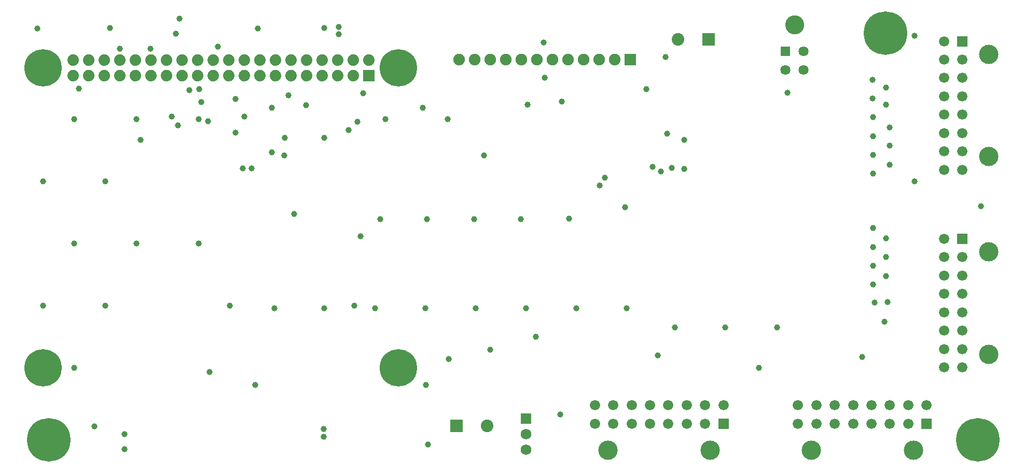
<source format=gbs>
G04*
G04 #@! TF.GenerationSoftware,Altium Limited,Altium Designer,22.11.1 (43)*
G04*
G04 Layer_Color=16711935*
%FSLAX44Y44*%
%MOMM*%
G71*
G04*
G04 #@! TF.SameCoordinates,7B4F1FB2-3D38-43E9-9EC1-43097A92C870*
G04*
G04*
G04 #@! TF.FilePolarity,Negative*
G04*
G01*
G75*
%ADD57R,1.7516X1.7516*%
%ADD58C,1.7516*%
%ADD59C,3.1016*%
%ADD60R,1.6316X1.6316*%
%ADD61C,1.6316*%
%ADD62R,1.6724X1.6724*%
%ADD63C,1.6724*%
%ADD64C,3.1524*%
%ADD65R,1.6724X1.6724*%
%ADD66C,7.1016*%
%ADD67R,2.0516X2.0516*%
%ADD68C,2.0516*%
%ADD69C,6.1016*%
%ADD70C,1.9016*%
%ADD71R,1.9016X1.9016*%
%ADD72C,1.8796*%
%ADD73R,1.8796X1.8796*%
%ADD74C,0.9906*%
D57*
X788287Y-83566D02*
D03*
D58*
Y-108966D02*
D03*
Y-134366D02*
D03*
D59*
X1226552Y559836D02*
D03*
D60*
X1211552Y516636D02*
D03*
D61*
X1241552D02*
D03*
X1211552Y486636D02*
D03*
X1241552D02*
D03*
D62*
X1500632Y210368D02*
D03*
X1500633Y533309D02*
D03*
D63*
X1500632Y180368D02*
D03*
Y150368D02*
D03*
Y120368D02*
D03*
Y90368D02*
D03*
Y60368D02*
D03*
Y30368D02*
D03*
Y368D02*
D03*
X1470632Y210368D02*
D03*
Y180368D02*
D03*
Y150368D02*
D03*
Y120368D02*
D03*
Y60368D02*
D03*
Y30368D02*
D03*
Y368D02*
D03*
Y90368D02*
D03*
X1500633Y503309D02*
D03*
Y473309D02*
D03*
Y443309D02*
D03*
Y413309D02*
D03*
Y383309D02*
D03*
Y353309D02*
D03*
Y323309D02*
D03*
X1470633Y533309D02*
D03*
Y503309D02*
D03*
Y473309D02*
D03*
Y443309D02*
D03*
Y383309D02*
D03*
Y353309D02*
D03*
Y323309D02*
D03*
Y413309D02*
D03*
X1412070Y-91694D02*
D03*
X1382070D02*
D03*
X1352070D02*
D03*
X1322070D02*
D03*
X1292070D02*
D03*
X1262070D02*
D03*
X1232070D02*
D03*
X1442070Y-61694D02*
D03*
X1412070D02*
D03*
X1382070D02*
D03*
X1352070D02*
D03*
X1292070D02*
D03*
X1262070D02*
D03*
X1232070D02*
D03*
X1322070D02*
D03*
X1080600Y-91694D02*
D03*
X1050600D02*
D03*
X1020600D02*
D03*
X990600D02*
D03*
X960600D02*
D03*
X930600D02*
D03*
X900600D02*
D03*
X1110600Y-61694D02*
D03*
X1080600D02*
D03*
X1050600D02*
D03*
X1020600D02*
D03*
X960600D02*
D03*
X930600D02*
D03*
X900600D02*
D03*
X990600D02*
D03*
D64*
X1543832Y188868D02*
D03*
Y21868D02*
D03*
X1543833Y511809D02*
D03*
Y344809D02*
D03*
X1420570Y-134894D02*
D03*
X1253570D02*
D03*
X1089100D02*
D03*
X922100D02*
D03*
D65*
X1442070Y-91694D02*
D03*
X1110600D02*
D03*
D66*
X1374648Y546608D02*
D03*
X1525524Y-118364D02*
D03*
X9144D02*
D03*
D67*
X1086212Y536448D02*
D03*
X674770Y-94996D02*
D03*
D68*
X1036212Y536448D02*
D03*
X724770Y-94996D02*
D03*
D69*
X0Y-254D02*
D03*
X580000Y489746D02*
D03*
Y-254D02*
D03*
X0Y490000D02*
D03*
D70*
X678942Y503428D02*
D03*
X704342D02*
D03*
X729742D02*
D03*
X755142D02*
D03*
X780542D02*
D03*
X805942D02*
D03*
X831342D02*
D03*
X856742D02*
D03*
X882142D02*
D03*
X907542D02*
D03*
X932942D02*
D03*
D71*
X958342D02*
D03*
D72*
X378899Y477301D02*
D03*
Y502701D02*
D03*
X404298Y477302D02*
D03*
Y502702D02*
D03*
X429699Y477301D02*
D03*
Y502701D02*
D03*
X455100Y502702D02*
D03*
Y477302D02*
D03*
X480499Y502701D02*
D03*
Y477301D02*
D03*
X505900Y502702D02*
D03*
Y477302D02*
D03*
X531299Y502701D02*
D03*
X226498Y477300D02*
D03*
Y502700D02*
D03*
X251898Y477301D02*
D03*
Y502701D02*
D03*
X277298Y477300D02*
D03*
Y502700D02*
D03*
X302699Y502701D02*
D03*
Y477301D02*
D03*
X328098Y502700D02*
D03*
Y477300D02*
D03*
X353499Y502701D02*
D03*
Y477301D02*
D03*
X74098Y477300D02*
D03*
Y502700D02*
D03*
X99498Y477301D02*
D03*
Y502701D02*
D03*
X124898Y477300D02*
D03*
Y502700D02*
D03*
X150299Y502701D02*
D03*
Y477301D02*
D03*
X175698Y502700D02*
D03*
Y477300D02*
D03*
X201099Y502701D02*
D03*
Y477301D02*
D03*
X48699Y502701D02*
D03*
Y477301D02*
D03*
D73*
X531299D02*
D03*
D74*
X1214750Y449263D02*
D03*
X1018822Y382250D02*
D03*
X1046226Y372000D02*
D03*
X984922Y455114D02*
D03*
X818354Y473614D02*
D03*
X816906Y531704D02*
D03*
X58414Y456313D02*
D03*
X124898Y521089D02*
D03*
X284954Y524445D02*
D03*
X175099Y521089D02*
D03*
X409365Y251259D02*
D03*
X222621Y570005D02*
D03*
X482710Y544706D02*
D03*
X482847Y556474D02*
D03*
X790956Y430022D02*
D03*
X846582Y435102D02*
D03*
X1354770Y136025D02*
D03*
X1354516Y197239D02*
D03*
Y227973D02*
D03*
X1354008Y470597D02*
D03*
X1354262Y166759D02*
D03*
X1354516Y378396D02*
D03*
Y347662D02*
D03*
X1354456Y317090D02*
D03*
X1354008Y439864D02*
D03*
X1354262Y409129D02*
D03*
X1375914Y149408D02*
D03*
Y457454D02*
D03*
Y430037D02*
D03*
X719957Y346710D02*
D03*
X1381760Y392433D02*
D03*
Y362713D02*
D03*
Y331470D02*
D03*
X1375914Y211582D02*
D03*
Y181194D02*
D03*
X844042Y-76454D02*
D03*
X804164Y50800D02*
D03*
X729996Y28956D02*
D03*
X625168Y-27940D02*
D03*
X662380Y13700D02*
D03*
X858774Y243586D02*
D03*
X346456Y-28194D02*
D03*
X271526Y-7391D02*
D03*
X457827Y-100584D02*
D03*
Y-113284D02*
D03*
X314454Y438996D02*
D03*
X400074Y444601D02*
D03*
X350647Y553974D02*
D03*
X109213Y555370D02*
D03*
X-9247Y553974D02*
D03*
X314454Y384142D02*
D03*
X1530350Y263906D02*
D03*
X1422400Y542252D02*
D03*
X518150Y214512D02*
D03*
X1422400Y304800D02*
D03*
X1168400Y0D02*
D03*
X1016000Y508000D02*
D03*
X660400Y406400D02*
D03*
X558800D02*
D03*
X508000Y101600D02*
D03*
X304800D02*
D03*
X254000Y406400D02*
D03*
Y203200D02*
D03*
X152400Y406400D02*
D03*
X101600Y304800D02*
D03*
X152400Y203200D02*
D03*
X101600Y101600D02*
D03*
X50800Y406400D02*
D03*
X0Y304800D02*
D03*
X50800Y203200D02*
D03*
X0Y101600D02*
D03*
X50800Y0D02*
D03*
X908050Y297688D02*
D03*
X393446Y346456D02*
D03*
X916940Y310642D02*
D03*
X373126Y351475D02*
D03*
X458978Y554736D02*
D03*
X217013Y545958D02*
D03*
X949960Y262128D02*
D03*
X498602Y388112D02*
D03*
X459232Y375666D02*
D03*
X328098Y409866D02*
D03*
X373126Y424688D02*
D03*
X1373630Y74625D02*
D03*
X619506Y424688D02*
D03*
X1003300Y19558D02*
D03*
X1378712Y107188D02*
D03*
X1357376Y105918D02*
D03*
X1336802Y17272D02*
D03*
X627913Y-125984D02*
D03*
X1046099Y324993D02*
D03*
X1025906Y326009D02*
D03*
X1008126Y320548D02*
D03*
X995172Y327914D02*
D03*
X788287Y97028D02*
D03*
X870557D02*
D03*
X952827D02*
D03*
X779547Y242418D02*
D03*
X703181D02*
D03*
X626814D02*
D03*
X550448D02*
D03*
X1198114Y65786D02*
D03*
X1113558D02*
D03*
X1031288D02*
D03*
X706017Y97028D02*
D03*
X623747D02*
D03*
X541476D02*
D03*
X459206D02*
D03*
X377190Y96774D02*
D03*
X521970Y448564D02*
D03*
X394208Y375666D02*
D03*
X159512Y372364D02*
D03*
X512826Y401828D02*
D03*
X429260Y428498D02*
D03*
X340614Y325443D02*
D03*
X325628D02*
D03*
X84074Y-96266D02*
D03*
X133096Y-108966D02*
D03*
Y-133604D02*
D03*
X238760Y453390D02*
D03*
X219964Y395732D02*
D03*
X268986Y402336D02*
D03*
X210312Y410210D02*
D03*
X254762Y455422D02*
D03*
X258064Y434086D02*
D03*
M02*

</source>
